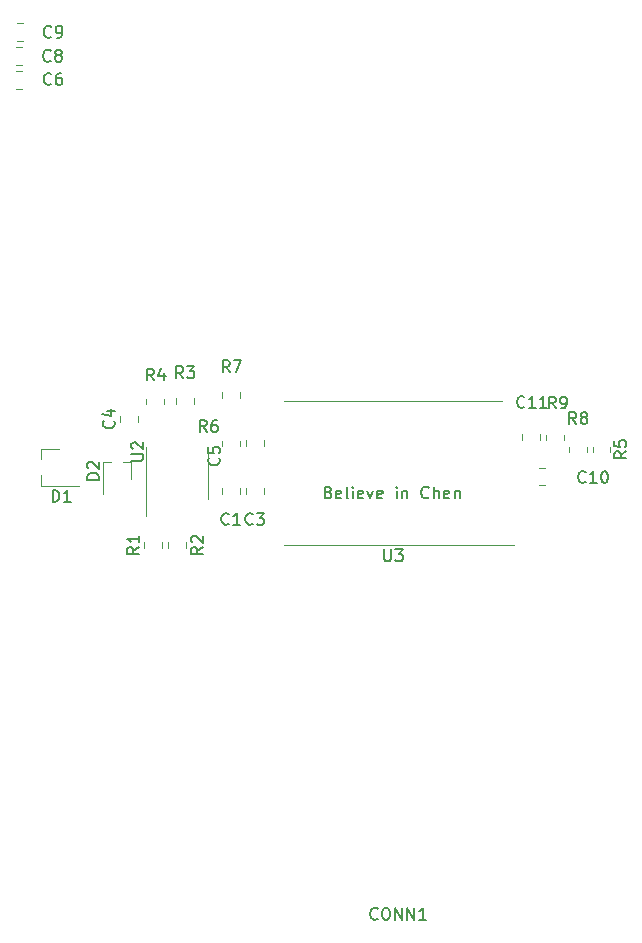
<source format=gbr>
G04 #@! TF.GenerationSoftware,KiCad,Pcbnew,(5.1.9)-1*
G04 #@! TF.CreationDate,2021-04-12T22:08:35-04:00*
G04 #@! TF.ProjectId,cartridge,63617274-7269-4646-9765-2e6b69636164,rev?*
G04 #@! TF.SameCoordinates,Original*
G04 #@! TF.FileFunction,Legend,Top*
G04 #@! TF.FilePolarity,Positive*
%FSLAX46Y46*%
G04 Gerber Fmt 4.6, Leading zero omitted, Abs format (unit mm)*
G04 Created by KiCad (PCBNEW (5.1.9)-1) date 2021-04-12 22:08:35*
%MOMM*%
%LPD*%
G01*
G04 APERTURE LIST*
%ADD10C,0.150000*%
%ADD11C,0.100000*%
%ADD12C,0.120000*%
G04 APERTURE END LIST*
D10*
X147273047Y-109046971D02*
X147415904Y-109094590D01*
X147463523Y-109142209D01*
X147511142Y-109237447D01*
X147511142Y-109380304D01*
X147463523Y-109475542D01*
X147415904Y-109523161D01*
X147320666Y-109570780D01*
X146939714Y-109570780D01*
X146939714Y-108570780D01*
X147273047Y-108570780D01*
X147368285Y-108618400D01*
X147415904Y-108666019D01*
X147463523Y-108761257D01*
X147463523Y-108856495D01*
X147415904Y-108951733D01*
X147368285Y-108999352D01*
X147273047Y-109046971D01*
X146939714Y-109046971D01*
X148320666Y-109523161D02*
X148225428Y-109570780D01*
X148034952Y-109570780D01*
X147939714Y-109523161D01*
X147892095Y-109427923D01*
X147892095Y-109046971D01*
X147939714Y-108951733D01*
X148034952Y-108904114D01*
X148225428Y-108904114D01*
X148320666Y-108951733D01*
X148368285Y-109046971D01*
X148368285Y-109142209D01*
X147892095Y-109237447D01*
X148939714Y-109570780D02*
X148844476Y-109523161D01*
X148796857Y-109427923D01*
X148796857Y-108570780D01*
X149320666Y-109570780D02*
X149320666Y-108904114D01*
X149320666Y-108570780D02*
X149273047Y-108618400D01*
X149320666Y-108666019D01*
X149368285Y-108618400D01*
X149320666Y-108570780D01*
X149320666Y-108666019D01*
X150177809Y-109523161D02*
X150082571Y-109570780D01*
X149892095Y-109570780D01*
X149796857Y-109523161D01*
X149749238Y-109427923D01*
X149749238Y-109046971D01*
X149796857Y-108951733D01*
X149892095Y-108904114D01*
X150082571Y-108904114D01*
X150177809Y-108951733D01*
X150225428Y-109046971D01*
X150225428Y-109142209D01*
X149749238Y-109237447D01*
X150558761Y-108904114D02*
X150796857Y-109570780D01*
X151034952Y-108904114D01*
X151796857Y-109523161D02*
X151701619Y-109570780D01*
X151511142Y-109570780D01*
X151415904Y-109523161D01*
X151368285Y-109427923D01*
X151368285Y-109046971D01*
X151415904Y-108951733D01*
X151511142Y-108904114D01*
X151701619Y-108904114D01*
X151796857Y-108951733D01*
X151844476Y-109046971D01*
X151844476Y-109142209D01*
X151368285Y-109237447D01*
X153034952Y-109570780D02*
X153034952Y-108904114D01*
X153034952Y-108570780D02*
X152987333Y-108618400D01*
X153034952Y-108666019D01*
X153082571Y-108618400D01*
X153034952Y-108570780D01*
X153034952Y-108666019D01*
X153511142Y-108904114D02*
X153511142Y-109570780D01*
X153511142Y-108999352D02*
X153558761Y-108951733D01*
X153654000Y-108904114D01*
X153796857Y-108904114D01*
X153892095Y-108951733D01*
X153939714Y-109046971D01*
X153939714Y-109570780D01*
X155749238Y-109475542D02*
X155701619Y-109523161D01*
X155558761Y-109570780D01*
X155463523Y-109570780D01*
X155320666Y-109523161D01*
X155225428Y-109427923D01*
X155177809Y-109332685D01*
X155130190Y-109142209D01*
X155130190Y-108999352D01*
X155177809Y-108808876D01*
X155225428Y-108713638D01*
X155320666Y-108618400D01*
X155463523Y-108570780D01*
X155558761Y-108570780D01*
X155701619Y-108618400D01*
X155749238Y-108666019D01*
X156177809Y-109570780D02*
X156177809Y-108570780D01*
X156606380Y-109570780D02*
X156606380Y-109046971D01*
X156558761Y-108951733D01*
X156463523Y-108904114D01*
X156320666Y-108904114D01*
X156225428Y-108951733D01*
X156177809Y-108999352D01*
X157463523Y-109523161D02*
X157368285Y-109570780D01*
X157177809Y-109570780D01*
X157082571Y-109523161D01*
X157034952Y-109427923D01*
X157034952Y-109046971D01*
X157082571Y-108951733D01*
X157177809Y-108904114D01*
X157368285Y-108904114D01*
X157463523Y-108951733D01*
X157511142Y-109046971D01*
X157511142Y-109142209D01*
X157034952Y-109237447D01*
X157939714Y-108904114D02*
X157939714Y-109570780D01*
X157939714Y-108999352D02*
X157987333Y-108951733D01*
X158082571Y-108904114D01*
X158225428Y-108904114D01*
X158320666Y-108951733D01*
X158368285Y-109046971D01*
X158368285Y-109570780D01*
D11*
X143542900Y-113549300D02*
X162942900Y-113549300D01*
D12*
X161942900Y-101309300D02*
X143542900Y-101309300D01*
X167667000Y-105198936D02*
X167667000Y-105653064D01*
X169137000Y-105198936D02*
X169137000Y-105653064D01*
X171105500Y-105198936D02*
X171105500Y-105653064D01*
X169635500Y-105198936D02*
X169635500Y-105653064D01*
X165593752Y-108431000D02*
X165071248Y-108431000D01*
X165593752Y-106961000D02*
X165071248Y-106961000D01*
X139761900Y-108670548D02*
X139761900Y-109193052D01*
X138291900Y-108670548D02*
X138291900Y-109193052D01*
X141793900Y-108670548D02*
X141793900Y-109193052D01*
X140323900Y-108670548D02*
X140323900Y-109193052D01*
X131125900Y-103097052D02*
X131125900Y-102574548D01*
X129655900Y-103097052D02*
X129655900Y-102574548D01*
X140323900Y-105129052D02*
X140323900Y-104606548D01*
X141793900Y-105129052D02*
X141793900Y-104606548D01*
X120811748Y-74864900D02*
X121334252Y-74864900D01*
X120811748Y-73394900D02*
X121334252Y-73394900D01*
X120811748Y-72832900D02*
X121334252Y-72832900D01*
X120811748Y-71362900D02*
X121334252Y-71362900D01*
X120854748Y-69330900D02*
X121377252Y-69330900D01*
X120854748Y-70800900D02*
X121377252Y-70800900D01*
X163691900Y-104098548D02*
X163691900Y-104621052D01*
X165161900Y-104098548D02*
X165161900Y-104621052D01*
X122962000Y-105341300D02*
X122962000Y-106271300D01*
X122962000Y-108501300D02*
X122962000Y-107571300D01*
X122962000Y-108501300D02*
X126122000Y-108501300D01*
X122962000Y-105341300D02*
X124422000Y-105341300D01*
X129874900Y-106500300D02*
X130534900Y-106500300D01*
X128204900Y-106500300D02*
X128874900Y-106500300D01*
X128214900Y-106500300D02*
X128214900Y-109235300D01*
X130534900Y-107910300D02*
X130534900Y-106500300D01*
X133157900Y-113736364D02*
X133157900Y-113282236D01*
X131687900Y-113736364D02*
X131687900Y-113282236D01*
X133719900Y-113736364D02*
X133719900Y-113282236D01*
X135189900Y-113736364D02*
X135189900Y-113282236D01*
X134393000Y-101102936D02*
X134393000Y-101557064D01*
X135863000Y-101102936D02*
X135863000Y-101557064D01*
X133323000Y-101122236D02*
X133323000Y-101576364D01*
X131853000Y-101122236D02*
X131853000Y-101576364D01*
X138291900Y-104678236D02*
X138291900Y-105132364D01*
X139761900Y-104678236D02*
X139761900Y-105132364D01*
X138291900Y-101036364D02*
X138291900Y-100582236D01*
X139761900Y-101036364D02*
X139761900Y-100582236D01*
X167193900Y-104170236D02*
X167193900Y-104624364D01*
X165723900Y-104170236D02*
X165723900Y-104624364D01*
X137064900Y-107429300D02*
X137064900Y-105229300D01*
X137064900Y-107429300D02*
X137064900Y-109629300D01*
X131844900Y-107429300D02*
X131844900Y-105229300D01*
X131844900Y-107429300D02*
X131844900Y-111029300D01*
D10*
X151980995Y-113881680D02*
X151980995Y-114691204D01*
X152028614Y-114786442D01*
X152076233Y-114834061D01*
X152171471Y-114881680D01*
X152361947Y-114881680D01*
X152457185Y-114834061D01*
X152504804Y-114786442D01*
X152552423Y-114691204D01*
X152552423Y-113881680D01*
X152933376Y-113881680D02*
X153552423Y-113881680D01*
X153219090Y-114262633D01*
X153361947Y-114262633D01*
X153457185Y-114310252D01*
X153504804Y-114357871D01*
X153552423Y-114453109D01*
X153552423Y-114691204D01*
X153504804Y-114786442D01*
X153457185Y-114834061D01*
X153361947Y-114881680D01*
X153076233Y-114881680D01*
X152980995Y-114834061D01*
X152933376Y-114786442D01*
X168235333Y-103271580D02*
X167902000Y-102795390D01*
X167663904Y-103271580D02*
X167663904Y-102271580D01*
X168044857Y-102271580D01*
X168140095Y-102319200D01*
X168187714Y-102366819D01*
X168235333Y-102462057D01*
X168235333Y-102604914D01*
X168187714Y-102700152D01*
X168140095Y-102747771D01*
X168044857Y-102795390D01*
X167663904Y-102795390D01*
X168806761Y-102700152D02*
X168711523Y-102652533D01*
X168663904Y-102604914D01*
X168616285Y-102509676D01*
X168616285Y-102462057D01*
X168663904Y-102366819D01*
X168711523Y-102319200D01*
X168806761Y-102271580D01*
X168997238Y-102271580D01*
X169092476Y-102319200D01*
X169140095Y-102366819D01*
X169187714Y-102462057D01*
X169187714Y-102509676D01*
X169140095Y-102604914D01*
X169092476Y-102652533D01*
X168997238Y-102700152D01*
X168806761Y-102700152D01*
X168711523Y-102747771D01*
X168663904Y-102795390D01*
X168616285Y-102890628D01*
X168616285Y-103081104D01*
X168663904Y-103176342D01*
X168711523Y-103223961D01*
X168806761Y-103271580D01*
X168997238Y-103271580D01*
X169092476Y-103223961D01*
X169140095Y-103176342D01*
X169187714Y-103081104D01*
X169187714Y-102890628D01*
X169140095Y-102795390D01*
X169092476Y-102747771D01*
X168997238Y-102700152D01*
X172472880Y-105592666D02*
X171996690Y-105926000D01*
X172472880Y-106164095D02*
X171472880Y-106164095D01*
X171472880Y-105783142D01*
X171520500Y-105687904D01*
X171568119Y-105640285D01*
X171663357Y-105592666D01*
X171806214Y-105592666D01*
X171901452Y-105640285D01*
X171949071Y-105687904D01*
X171996690Y-105783142D01*
X171996690Y-106164095D01*
X171472880Y-104687904D02*
X171472880Y-105164095D01*
X171949071Y-105211714D01*
X171901452Y-105164095D01*
X171853833Y-105068857D01*
X171853833Y-104830761D01*
X171901452Y-104735523D01*
X171949071Y-104687904D01*
X172044309Y-104640285D01*
X172282404Y-104640285D01*
X172377642Y-104687904D01*
X172425261Y-104735523D01*
X172472880Y-104830761D01*
X172472880Y-105068857D01*
X172425261Y-105164095D01*
X172377642Y-105211714D01*
X169029142Y-108154742D02*
X168981523Y-108202361D01*
X168838666Y-108249980D01*
X168743428Y-108249980D01*
X168600571Y-108202361D01*
X168505333Y-108107123D01*
X168457714Y-108011885D01*
X168410095Y-107821409D01*
X168410095Y-107678552D01*
X168457714Y-107488076D01*
X168505333Y-107392838D01*
X168600571Y-107297600D01*
X168743428Y-107249980D01*
X168838666Y-107249980D01*
X168981523Y-107297600D01*
X169029142Y-107345219D01*
X169981523Y-108249980D02*
X169410095Y-108249980D01*
X169695809Y-108249980D02*
X169695809Y-107249980D01*
X169600571Y-107392838D01*
X169505333Y-107488076D01*
X169410095Y-107535695D01*
X170600571Y-107249980D02*
X170695809Y-107249980D01*
X170791047Y-107297600D01*
X170838666Y-107345219D01*
X170886285Y-107440457D01*
X170933904Y-107630933D01*
X170933904Y-107869028D01*
X170886285Y-108059504D01*
X170838666Y-108154742D01*
X170791047Y-108202361D01*
X170695809Y-108249980D01*
X170600571Y-108249980D01*
X170505333Y-108202361D01*
X170457714Y-108154742D01*
X170410095Y-108059504D01*
X170362476Y-107869028D01*
X170362476Y-107630933D01*
X170410095Y-107440457D01*
X170457714Y-107345219D01*
X170505333Y-107297600D01*
X170600571Y-107249980D01*
X138822133Y-111710742D02*
X138774514Y-111758361D01*
X138631657Y-111805980D01*
X138536419Y-111805980D01*
X138393561Y-111758361D01*
X138298323Y-111663123D01*
X138250704Y-111567885D01*
X138203085Y-111377409D01*
X138203085Y-111234552D01*
X138250704Y-111044076D01*
X138298323Y-110948838D01*
X138393561Y-110853600D01*
X138536419Y-110805980D01*
X138631657Y-110805980D01*
X138774514Y-110853600D01*
X138822133Y-110901219D01*
X139774514Y-111805980D02*
X139203085Y-111805980D01*
X139488800Y-111805980D02*
X139488800Y-110805980D01*
X139393561Y-110948838D01*
X139298323Y-111044076D01*
X139203085Y-111091695D01*
X140854133Y-111710742D02*
X140806514Y-111758361D01*
X140663657Y-111805980D01*
X140568419Y-111805980D01*
X140425561Y-111758361D01*
X140330323Y-111663123D01*
X140282704Y-111567885D01*
X140235085Y-111377409D01*
X140235085Y-111234552D01*
X140282704Y-111044076D01*
X140330323Y-110948838D01*
X140425561Y-110853600D01*
X140568419Y-110805980D01*
X140663657Y-110805980D01*
X140806514Y-110853600D01*
X140854133Y-110901219D01*
X141187466Y-110805980D02*
X141806514Y-110805980D01*
X141473180Y-111186933D01*
X141616038Y-111186933D01*
X141711276Y-111234552D01*
X141758895Y-111282171D01*
X141806514Y-111377409D01*
X141806514Y-111615504D01*
X141758895Y-111710742D01*
X141711276Y-111758361D01*
X141616038Y-111805980D01*
X141330323Y-111805980D01*
X141235085Y-111758361D01*
X141187466Y-111710742D01*
X129068042Y-103002466D02*
X129115661Y-103050085D01*
X129163280Y-103192942D01*
X129163280Y-103288180D01*
X129115661Y-103431038D01*
X129020423Y-103526276D01*
X128925185Y-103573895D01*
X128734709Y-103621514D01*
X128591852Y-103621514D01*
X128401376Y-103573895D01*
X128306138Y-103526276D01*
X128210900Y-103431038D01*
X128163280Y-103288180D01*
X128163280Y-103192942D01*
X128210900Y-103050085D01*
X128258519Y-103002466D01*
X128496614Y-102145323D02*
X129163280Y-102145323D01*
X128115661Y-102383419D02*
X128829947Y-102621514D01*
X128829947Y-102002466D01*
X137974342Y-106135466D02*
X138021961Y-106183085D01*
X138069580Y-106325942D01*
X138069580Y-106421180D01*
X138021961Y-106564038D01*
X137926723Y-106659276D01*
X137831485Y-106706895D01*
X137641009Y-106754514D01*
X137498152Y-106754514D01*
X137307676Y-106706895D01*
X137212438Y-106659276D01*
X137117200Y-106564038D01*
X137069580Y-106421180D01*
X137069580Y-106325942D01*
X137117200Y-106183085D01*
X137164819Y-106135466D01*
X137069580Y-105230704D02*
X137069580Y-105706895D01*
X137545771Y-105754514D01*
X137498152Y-105706895D01*
X137450533Y-105611657D01*
X137450533Y-105373561D01*
X137498152Y-105278323D01*
X137545771Y-105230704D01*
X137641009Y-105183085D01*
X137879104Y-105183085D01*
X137974342Y-105230704D01*
X138021961Y-105278323D01*
X138069580Y-105373561D01*
X138069580Y-105611657D01*
X138021961Y-105706895D01*
X137974342Y-105754514D01*
X123785333Y-74474342D02*
X123737714Y-74521961D01*
X123594857Y-74569580D01*
X123499619Y-74569580D01*
X123356761Y-74521961D01*
X123261523Y-74426723D01*
X123213904Y-74331485D01*
X123166285Y-74141009D01*
X123166285Y-73998152D01*
X123213904Y-73807676D01*
X123261523Y-73712438D01*
X123356761Y-73617200D01*
X123499619Y-73569580D01*
X123594857Y-73569580D01*
X123737714Y-73617200D01*
X123785333Y-73664819D01*
X124642476Y-73569580D02*
X124452000Y-73569580D01*
X124356761Y-73617200D01*
X124309142Y-73664819D01*
X124213904Y-73807676D01*
X124166285Y-73998152D01*
X124166285Y-74379104D01*
X124213904Y-74474342D01*
X124261523Y-74521961D01*
X124356761Y-74569580D01*
X124547238Y-74569580D01*
X124642476Y-74521961D01*
X124690095Y-74474342D01*
X124737714Y-74379104D01*
X124737714Y-74141009D01*
X124690095Y-74045771D01*
X124642476Y-73998152D01*
X124547238Y-73950533D01*
X124356761Y-73950533D01*
X124261523Y-73998152D01*
X124213904Y-74045771D01*
X124166285Y-74141009D01*
X123734533Y-72493142D02*
X123686914Y-72540761D01*
X123544057Y-72588380D01*
X123448819Y-72588380D01*
X123305961Y-72540761D01*
X123210723Y-72445523D01*
X123163104Y-72350285D01*
X123115485Y-72159809D01*
X123115485Y-72016952D01*
X123163104Y-71826476D01*
X123210723Y-71731238D01*
X123305961Y-71636000D01*
X123448819Y-71588380D01*
X123544057Y-71588380D01*
X123686914Y-71636000D01*
X123734533Y-71683619D01*
X124305961Y-72016952D02*
X124210723Y-71969333D01*
X124163104Y-71921714D01*
X124115485Y-71826476D01*
X124115485Y-71778857D01*
X124163104Y-71683619D01*
X124210723Y-71636000D01*
X124305961Y-71588380D01*
X124496438Y-71588380D01*
X124591676Y-71636000D01*
X124639295Y-71683619D01*
X124686914Y-71778857D01*
X124686914Y-71826476D01*
X124639295Y-71921714D01*
X124591676Y-71969333D01*
X124496438Y-72016952D01*
X124305961Y-72016952D01*
X124210723Y-72064571D01*
X124163104Y-72112190D01*
X124115485Y-72207428D01*
X124115485Y-72397904D01*
X124163104Y-72493142D01*
X124210723Y-72540761D01*
X124305961Y-72588380D01*
X124496438Y-72588380D01*
X124591676Y-72540761D01*
X124639295Y-72493142D01*
X124686914Y-72397904D01*
X124686914Y-72207428D01*
X124639295Y-72112190D01*
X124591676Y-72064571D01*
X124496438Y-72016952D01*
X123785333Y-70461142D02*
X123737714Y-70508761D01*
X123594857Y-70556380D01*
X123499619Y-70556380D01*
X123356761Y-70508761D01*
X123261523Y-70413523D01*
X123213904Y-70318285D01*
X123166285Y-70127809D01*
X123166285Y-69984952D01*
X123213904Y-69794476D01*
X123261523Y-69699238D01*
X123356761Y-69604000D01*
X123499619Y-69556380D01*
X123594857Y-69556380D01*
X123737714Y-69604000D01*
X123785333Y-69651619D01*
X124261523Y-70556380D02*
X124452000Y-70556380D01*
X124547238Y-70508761D01*
X124594857Y-70461142D01*
X124690095Y-70318285D01*
X124737714Y-70127809D01*
X124737714Y-69746857D01*
X124690095Y-69651619D01*
X124642476Y-69604000D01*
X124547238Y-69556380D01*
X124356761Y-69556380D01*
X124261523Y-69604000D01*
X124213904Y-69651619D01*
X124166285Y-69746857D01*
X124166285Y-69984952D01*
X124213904Y-70080190D01*
X124261523Y-70127809D01*
X124356761Y-70175428D01*
X124547238Y-70175428D01*
X124642476Y-70127809D01*
X124690095Y-70080190D01*
X124737714Y-69984952D01*
X163847542Y-101804742D02*
X163799923Y-101852361D01*
X163657066Y-101899980D01*
X163561828Y-101899980D01*
X163418971Y-101852361D01*
X163323733Y-101757123D01*
X163276114Y-101661885D01*
X163228495Y-101471409D01*
X163228495Y-101328552D01*
X163276114Y-101138076D01*
X163323733Y-101042838D01*
X163418971Y-100947600D01*
X163561828Y-100899980D01*
X163657066Y-100899980D01*
X163799923Y-100947600D01*
X163847542Y-100995219D01*
X164799923Y-101899980D02*
X164228495Y-101899980D01*
X164514209Y-101899980D02*
X164514209Y-100899980D01*
X164418971Y-101042838D01*
X164323733Y-101138076D01*
X164228495Y-101185695D01*
X165752304Y-101899980D02*
X165180876Y-101899980D01*
X165466590Y-101899980D02*
X165466590Y-100899980D01*
X165371352Y-101042838D01*
X165276114Y-101138076D01*
X165180876Y-101185695D01*
X151423904Y-145137142D02*
X151376285Y-145184761D01*
X151233428Y-145232380D01*
X151138190Y-145232380D01*
X150995333Y-145184761D01*
X150900095Y-145089523D01*
X150852476Y-144994285D01*
X150804857Y-144803809D01*
X150804857Y-144660952D01*
X150852476Y-144470476D01*
X150900095Y-144375238D01*
X150995333Y-144280000D01*
X151138190Y-144232380D01*
X151233428Y-144232380D01*
X151376285Y-144280000D01*
X151423904Y-144327619D01*
X152042952Y-144232380D02*
X152233428Y-144232380D01*
X152328666Y-144280000D01*
X152423904Y-144375238D01*
X152471523Y-144565714D01*
X152471523Y-144899047D01*
X152423904Y-145089523D01*
X152328666Y-145184761D01*
X152233428Y-145232380D01*
X152042952Y-145232380D01*
X151947714Y-145184761D01*
X151852476Y-145089523D01*
X151804857Y-144899047D01*
X151804857Y-144565714D01*
X151852476Y-144375238D01*
X151947714Y-144280000D01*
X152042952Y-144232380D01*
X152900095Y-145232380D02*
X152900095Y-144232380D01*
X153471523Y-145232380D01*
X153471523Y-144232380D01*
X153947714Y-145232380D02*
X153947714Y-144232380D01*
X154519142Y-145232380D01*
X154519142Y-144232380D01*
X155519142Y-145232380D02*
X154947714Y-145232380D01*
X155233428Y-145232380D02*
X155233428Y-144232380D01*
X155138190Y-144375238D01*
X155042952Y-144470476D01*
X154947714Y-144518095D01*
X123912404Y-109862880D02*
X123912404Y-108862880D01*
X124150500Y-108862880D01*
X124293357Y-108910500D01*
X124388595Y-109005738D01*
X124436214Y-109100976D01*
X124483833Y-109291452D01*
X124483833Y-109434309D01*
X124436214Y-109624785D01*
X124388595Y-109720023D01*
X124293357Y-109815261D01*
X124150500Y-109862880D01*
X123912404Y-109862880D01*
X125436214Y-109862880D02*
X124864785Y-109862880D01*
X125150500Y-109862880D02*
X125150500Y-108862880D01*
X125055261Y-109005738D01*
X124960023Y-109100976D01*
X124864785Y-109148595D01*
X127827280Y-107973395D02*
X126827280Y-107973395D01*
X126827280Y-107735300D01*
X126874900Y-107592442D01*
X126970138Y-107497204D01*
X127065376Y-107449585D01*
X127255852Y-107401966D01*
X127398709Y-107401966D01*
X127589185Y-107449585D01*
X127684423Y-107497204D01*
X127779661Y-107592442D01*
X127827280Y-107735300D01*
X127827280Y-107973395D01*
X126922519Y-107021014D02*
X126874900Y-106973395D01*
X126827280Y-106878157D01*
X126827280Y-106640061D01*
X126874900Y-106544823D01*
X126922519Y-106497204D01*
X127017757Y-106449585D01*
X127112995Y-106449585D01*
X127255852Y-106497204D01*
X127827280Y-107068633D01*
X127827280Y-106449585D01*
X131225280Y-113675966D02*
X130749090Y-114009300D01*
X131225280Y-114247395D02*
X130225280Y-114247395D01*
X130225280Y-113866442D01*
X130272900Y-113771204D01*
X130320519Y-113723585D01*
X130415757Y-113675966D01*
X130558614Y-113675966D01*
X130653852Y-113723585D01*
X130701471Y-113771204D01*
X130749090Y-113866442D01*
X130749090Y-114247395D01*
X131225280Y-112723585D02*
X131225280Y-113295014D01*
X131225280Y-113009300D02*
X130225280Y-113009300D01*
X130368138Y-113104538D01*
X130463376Y-113199776D01*
X130510995Y-113295014D01*
X136647180Y-113675966D02*
X136170990Y-114009300D01*
X136647180Y-114247395D02*
X135647180Y-114247395D01*
X135647180Y-113866442D01*
X135694800Y-113771204D01*
X135742419Y-113723585D01*
X135837657Y-113675966D01*
X135980514Y-113675966D01*
X136075752Y-113723585D01*
X136123371Y-113771204D01*
X136170990Y-113866442D01*
X136170990Y-114247395D01*
X135742419Y-113295014D02*
X135694800Y-113247395D01*
X135647180Y-113152157D01*
X135647180Y-112914061D01*
X135694800Y-112818823D01*
X135742419Y-112771204D01*
X135837657Y-112723585D01*
X135932895Y-112723585D01*
X136075752Y-112771204D01*
X136647180Y-113342633D01*
X136647180Y-112723585D01*
X134961333Y-99385380D02*
X134628000Y-98909190D01*
X134389904Y-99385380D02*
X134389904Y-98385380D01*
X134770857Y-98385380D01*
X134866095Y-98433000D01*
X134913714Y-98480619D01*
X134961333Y-98575857D01*
X134961333Y-98718714D01*
X134913714Y-98813952D01*
X134866095Y-98861571D01*
X134770857Y-98909190D01*
X134389904Y-98909190D01*
X135294666Y-98385380D02*
X135913714Y-98385380D01*
X135580380Y-98766333D01*
X135723238Y-98766333D01*
X135818476Y-98813952D01*
X135866095Y-98861571D01*
X135913714Y-98956809D01*
X135913714Y-99194904D01*
X135866095Y-99290142D01*
X135818476Y-99337761D01*
X135723238Y-99385380D01*
X135437523Y-99385380D01*
X135342285Y-99337761D01*
X135294666Y-99290142D01*
X132484833Y-99575880D02*
X132151500Y-99099690D01*
X131913404Y-99575880D02*
X131913404Y-98575880D01*
X132294357Y-98575880D01*
X132389595Y-98623500D01*
X132437214Y-98671119D01*
X132484833Y-98766357D01*
X132484833Y-98909214D01*
X132437214Y-99004452D01*
X132389595Y-99052071D01*
X132294357Y-99099690D01*
X131913404Y-99099690D01*
X133341976Y-98909214D02*
X133341976Y-99575880D01*
X133103880Y-98528261D02*
X132865785Y-99242547D01*
X133484833Y-99242547D01*
X136942533Y-103931980D02*
X136609200Y-103455790D01*
X136371104Y-103931980D02*
X136371104Y-102931980D01*
X136752057Y-102931980D01*
X136847295Y-102979600D01*
X136894914Y-103027219D01*
X136942533Y-103122457D01*
X136942533Y-103265314D01*
X136894914Y-103360552D01*
X136847295Y-103408171D01*
X136752057Y-103455790D01*
X136371104Y-103455790D01*
X137799676Y-102931980D02*
X137609200Y-102931980D01*
X137513961Y-102979600D01*
X137466342Y-103027219D01*
X137371104Y-103170076D01*
X137323485Y-103360552D01*
X137323485Y-103741504D01*
X137371104Y-103836742D01*
X137418723Y-103884361D01*
X137513961Y-103931980D01*
X137704438Y-103931980D01*
X137799676Y-103884361D01*
X137847295Y-103836742D01*
X137894914Y-103741504D01*
X137894914Y-103503409D01*
X137847295Y-103408171D01*
X137799676Y-103360552D01*
X137704438Y-103312933D01*
X137513961Y-103312933D01*
X137418723Y-103360552D01*
X137371104Y-103408171D01*
X137323485Y-103503409D01*
X138898333Y-98877380D02*
X138565000Y-98401190D01*
X138326904Y-98877380D02*
X138326904Y-97877380D01*
X138707857Y-97877380D01*
X138803095Y-97925000D01*
X138850714Y-97972619D01*
X138898333Y-98067857D01*
X138898333Y-98210714D01*
X138850714Y-98305952D01*
X138803095Y-98353571D01*
X138707857Y-98401190D01*
X138326904Y-98401190D01*
X139231666Y-97877380D02*
X139898333Y-97877380D01*
X139469761Y-98877380D01*
X166508133Y-101950780D02*
X166174800Y-101474590D01*
X165936704Y-101950780D02*
X165936704Y-100950780D01*
X166317657Y-100950780D01*
X166412895Y-100998400D01*
X166460514Y-101046019D01*
X166508133Y-101141257D01*
X166508133Y-101284114D01*
X166460514Y-101379352D01*
X166412895Y-101426971D01*
X166317657Y-101474590D01*
X165936704Y-101474590D01*
X166984323Y-101950780D02*
X167174800Y-101950780D01*
X167270038Y-101903161D01*
X167317657Y-101855542D01*
X167412895Y-101712685D01*
X167460514Y-101522209D01*
X167460514Y-101141257D01*
X167412895Y-101046019D01*
X167365276Y-100998400D01*
X167270038Y-100950780D01*
X167079561Y-100950780D01*
X166984323Y-100998400D01*
X166936704Y-101046019D01*
X166889085Y-101141257D01*
X166889085Y-101379352D01*
X166936704Y-101474590D01*
X166984323Y-101522209D01*
X167079561Y-101569828D01*
X167270038Y-101569828D01*
X167365276Y-101522209D01*
X167412895Y-101474590D01*
X167460514Y-101379352D01*
X130579880Y-106362404D02*
X131389404Y-106362404D01*
X131484642Y-106314785D01*
X131532261Y-106267166D01*
X131579880Y-106171928D01*
X131579880Y-105981452D01*
X131532261Y-105886214D01*
X131484642Y-105838595D01*
X131389404Y-105790976D01*
X130579880Y-105790976D01*
X130675119Y-105362404D02*
X130627500Y-105314785D01*
X130579880Y-105219547D01*
X130579880Y-104981452D01*
X130627500Y-104886214D01*
X130675119Y-104838595D01*
X130770357Y-104790976D01*
X130865595Y-104790976D01*
X131008452Y-104838595D01*
X131579880Y-105410023D01*
X131579880Y-104790976D01*
M02*

</source>
